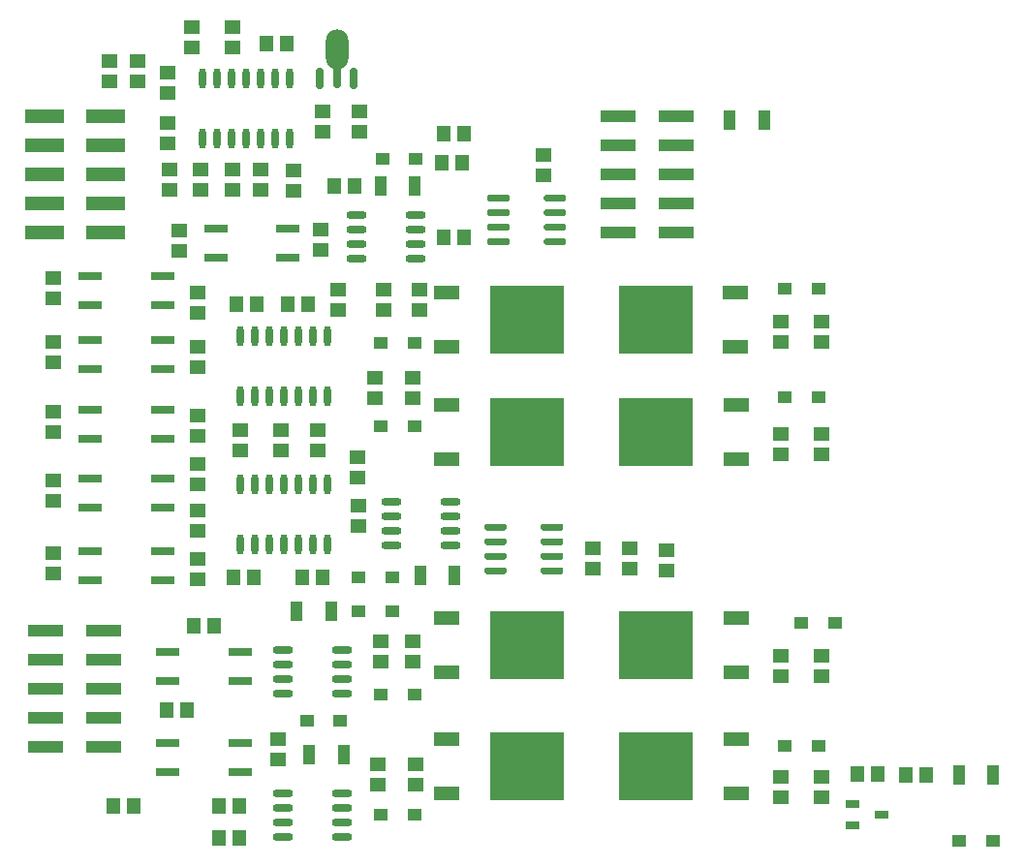
<source format=gbr>
%TF.GenerationSoftware,KiCad,Pcbnew,(5.1.10)-1*%
%TF.CreationDate,2022-11-30T22:02:34+08:00*%
%TF.ProjectId,motor_control,6d6f746f-725f-4636-9f6e-74726f6c2e6b,rev?*%
%TF.SameCoordinates,Original*%
%TF.FileFunction,Paste,Top*%
%TF.FilePolarity,Positive*%
%FSLAX46Y46*%
G04 Gerber Fmt 4.6, Leading zero omitted, Abs format (unit mm)*
G04 Created by KiCad (PCBNEW (5.1.10)-1) date 2022-11-30 22:02:34*
%MOMM*%
%LPD*%
G01*
G04 APERTURE LIST*
%ADD10R,1.160000X1.470000*%
%ADD11R,1.130000X1.800000*%
%ADD12R,1.470000X1.160000*%
%ADD13R,1.250000X0.700000*%
%ADD14O,0.700000X1.900000*%
%ADD15O,2.000000X3.500000*%
%ADD16O,0.700000X2.100000*%
%ADD17O,0.600000X1.800000*%
%ADD18R,2.200000X1.200000*%
%ADD19R,6.499990X6.000000*%
%ADD20R,3.150000X1.000000*%
%ADD21R,3.450000X1.300000*%
%ADD22O,1.800000X0.700000*%
%ADD23R,2.000000X0.640000*%
%ADD24R,1.250000X1.000000*%
G04 APERTURE END LIST*
D10*
%TO.C,R29*%
X80890000Y7500000D03*
X79110000Y7500000D03*
%TD*%
D11*
%TO.C,R28*%
X66740000Y64750000D03*
X63760000Y64750000D03*
%TD*%
D12*
%TO.C,R25*%
X20250000Y71110000D03*
X20250000Y72890000D03*
%TD*%
%TO.C,R24*%
X20250000Y60390000D03*
X20250000Y58610000D03*
%TD*%
D10*
%TO.C,R23*%
X40530000Y63500000D03*
X38750000Y63500000D03*
%TD*%
D12*
%TO.C,R22*%
X22750000Y58610000D03*
X22750000Y60390000D03*
%TD*%
D13*
%TO.C,Q1*%
X77000000Y4000000D03*
X74500000Y3050000D03*
X74500000Y4950000D03*
%TD*%
D14*
%TO.C,U18*%
X30900000Y68400000D03*
D15*
X29400000Y70900000D03*
D16*
X29400000Y68500000D03*
D14*
X27900000Y68400000D03*
%TD*%
D12*
%TO.C,C22*%
X28129999Y63710000D03*
X28129999Y65490000D03*
%TD*%
%TO.C,C21*%
X31400001Y63710000D03*
X31400001Y65490000D03*
%TD*%
D17*
%TO.C,U17*%
X20990000Y45800000D03*
X22260000Y45800000D03*
X23530000Y45800000D03*
X24800000Y45800000D03*
X26070000Y45800000D03*
X27340000Y45800000D03*
X28610000Y45800000D03*
X28610000Y40600000D03*
X27340000Y40600000D03*
X26070000Y40600000D03*
X24800000Y40600000D03*
X23530000Y40600000D03*
X22260000Y40600000D03*
X20990000Y40600000D03*
%TD*%
D10*
%TO.C,R27*%
X26890000Y48600000D03*
X25110000Y48600000D03*
%TD*%
D12*
%TO.C,R26*%
X17200000Y32860000D03*
X17200000Y34640000D03*
%TD*%
D10*
%TO.C,C20*%
X22390000Y48600000D03*
X20610000Y48600000D03*
%TD*%
D18*
%TO.C,Q13*%
X64245830Y49671289D03*
D19*
X57250000Y47309999D03*
D18*
X64250000Y44948739D03*
%TD*%
%TO.C,Q12*%
X39004170Y44948749D03*
D19*
X46000000Y47310039D03*
D18*
X39000000Y49671299D03*
%TD*%
%TO.C,Q11*%
X64295830Y39842950D03*
D19*
X57300000Y37481660D03*
D18*
X64300000Y35120400D03*
%TD*%
%TO.C,Q10*%
X39004170Y35120410D03*
D19*
X46000000Y37481700D03*
D18*
X39000000Y39842960D03*
%TD*%
%TO.C,Q9*%
X64295830Y21214611D03*
D19*
X57300000Y18853321D03*
D18*
X64300000Y16492061D03*
%TD*%
%TO.C,Q8*%
X39004170Y16492071D03*
D19*
X46000000Y18853361D03*
D18*
X39000000Y21214621D03*
%TD*%
%TO.C,Q7*%
X64295830Y10636270D03*
D19*
X57300000Y8274980D03*
D18*
X64300000Y5913720D03*
%TD*%
%TO.C,Q6*%
X39004170Y5913730D03*
D19*
X46000000Y8275020D03*
D18*
X39000000Y10636280D03*
%TD*%
D12*
%TO.C,C1*%
X9500000Y69890000D03*
X9500000Y68110000D03*
%TD*%
D20*
%TO.C,J3*%
X59025000Y54920000D03*
X53975000Y54920000D03*
X59025000Y57460000D03*
X53975000Y57460000D03*
X59025000Y60000000D03*
X53975000Y60000000D03*
X59025000Y62540000D03*
X53975000Y62540000D03*
X59025000Y65080000D03*
X53975000Y65080000D03*
%TD*%
%TO.C,J2*%
X9025000Y9920000D03*
X3975000Y9920000D03*
X9025000Y12460000D03*
X3975000Y12460000D03*
X9025000Y15000000D03*
X3975000Y15000000D03*
X9025000Y17540000D03*
X3975000Y17540000D03*
X9025000Y20080000D03*
X3975000Y20080000D03*
%TD*%
D21*
%TO.C,J1*%
X9175000Y54920000D03*
X3825000Y54920000D03*
X9175000Y57460000D03*
X3825000Y57460000D03*
X9175000Y60000000D03*
X3825000Y60000000D03*
X9175000Y62540000D03*
X3825000Y62540000D03*
X9175000Y65080000D03*
X3825000Y65080000D03*
%TD*%
D17*
%TO.C,U16*%
X17690000Y68350000D03*
X18960000Y68350000D03*
X20230000Y68350000D03*
X21500000Y68350000D03*
X22770000Y68350000D03*
X24040000Y68350000D03*
X25310000Y68350000D03*
X25310000Y63150000D03*
X24040000Y63150000D03*
X22770000Y63150000D03*
X21500000Y63150000D03*
X20230000Y63150000D03*
X18960000Y63150000D03*
X17690000Y63150000D03*
%TD*%
%TO.C,U15*%
X20990000Y32850000D03*
X22260000Y32850000D03*
X23530000Y32850000D03*
X24800000Y32850000D03*
X26070000Y32850000D03*
X27340000Y32850000D03*
X28610000Y32850000D03*
X28610000Y27650000D03*
X27340000Y27650000D03*
X26070000Y27650000D03*
X24800000Y27650000D03*
X23530000Y27650000D03*
X22260000Y27650000D03*
X20990000Y27650000D03*
%TD*%
%TO.C,U14*%
G36*
G01*
X47500000Y57755000D02*
X47500000Y58055000D01*
G75*
G02*
X47650000Y58205000I150000J0D01*
G01*
X49300000Y58205000D01*
G75*
G02*
X49450000Y58055000I0J-150000D01*
G01*
X49450000Y57755000D01*
G75*
G02*
X49300000Y57605000I-150000J0D01*
G01*
X47650000Y57605000D01*
G75*
G02*
X47500000Y57755000I0J150000D01*
G01*
G37*
G36*
G01*
X47500000Y56485000D02*
X47500000Y56785000D01*
G75*
G02*
X47650000Y56935000I150000J0D01*
G01*
X49300000Y56935000D01*
G75*
G02*
X49450000Y56785000I0J-150000D01*
G01*
X49450000Y56485000D01*
G75*
G02*
X49300000Y56335000I-150000J0D01*
G01*
X47650000Y56335000D01*
G75*
G02*
X47500000Y56485000I0J150000D01*
G01*
G37*
G36*
G01*
X47500000Y55215000D02*
X47500000Y55515000D01*
G75*
G02*
X47650000Y55665000I150000J0D01*
G01*
X49300000Y55665000D01*
G75*
G02*
X49450000Y55515000I0J-150000D01*
G01*
X49450000Y55215000D01*
G75*
G02*
X49300000Y55065000I-150000J0D01*
G01*
X47650000Y55065000D01*
G75*
G02*
X47500000Y55215000I0J150000D01*
G01*
G37*
G36*
G01*
X47500000Y53945000D02*
X47500000Y54245000D01*
G75*
G02*
X47650000Y54395000I150000J0D01*
G01*
X49300000Y54395000D01*
G75*
G02*
X49450000Y54245000I0J-150000D01*
G01*
X49450000Y53945000D01*
G75*
G02*
X49300000Y53795000I-150000J0D01*
G01*
X47650000Y53795000D01*
G75*
G02*
X47500000Y53945000I0J150000D01*
G01*
G37*
G36*
G01*
X42550000Y53945000D02*
X42550000Y54245000D01*
G75*
G02*
X42700000Y54395000I150000J0D01*
G01*
X44350000Y54395000D01*
G75*
G02*
X44500000Y54245000I0J-150000D01*
G01*
X44500000Y53945000D01*
G75*
G02*
X44350000Y53795000I-150000J0D01*
G01*
X42700000Y53795000D01*
G75*
G02*
X42550000Y53945000I0J150000D01*
G01*
G37*
G36*
G01*
X42550000Y55215000D02*
X42550000Y55515000D01*
G75*
G02*
X42700000Y55665000I150000J0D01*
G01*
X44350000Y55665000D01*
G75*
G02*
X44500000Y55515000I0J-150000D01*
G01*
X44500000Y55215000D01*
G75*
G02*
X44350000Y55065000I-150000J0D01*
G01*
X42700000Y55065000D01*
G75*
G02*
X42550000Y55215000I0J150000D01*
G01*
G37*
G36*
G01*
X42550000Y56485000D02*
X42550000Y56785000D01*
G75*
G02*
X42700000Y56935000I150000J0D01*
G01*
X44350000Y56935000D01*
G75*
G02*
X44500000Y56785000I0J-150000D01*
G01*
X44500000Y56485000D01*
G75*
G02*
X44350000Y56335000I-150000J0D01*
G01*
X42700000Y56335000D01*
G75*
G02*
X42550000Y56485000I0J150000D01*
G01*
G37*
G36*
G01*
X42550000Y57755000D02*
X42550000Y58055000D01*
G75*
G02*
X42700000Y58205000I150000J0D01*
G01*
X44350000Y58205000D01*
G75*
G02*
X44500000Y58055000I0J-150000D01*
G01*
X44500000Y57755000D01*
G75*
G02*
X44350000Y57605000I-150000J0D01*
G01*
X42700000Y57605000D01*
G75*
G02*
X42550000Y57755000I0J150000D01*
G01*
G37*
%TD*%
%TO.C,U13*%
G36*
G01*
X47250000Y29005000D02*
X47250000Y29305000D01*
G75*
G02*
X47400000Y29455000I150000J0D01*
G01*
X49050000Y29455000D01*
G75*
G02*
X49200000Y29305000I0J-150000D01*
G01*
X49200000Y29005000D01*
G75*
G02*
X49050000Y28855000I-150000J0D01*
G01*
X47400000Y28855000D01*
G75*
G02*
X47250000Y29005000I0J150000D01*
G01*
G37*
G36*
G01*
X47250000Y27735000D02*
X47250000Y28035000D01*
G75*
G02*
X47400000Y28185000I150000J0D01*
G01*
X49050000Y28185000D01*
G75*
G02*
X49200000Y28035000I0J-150000D01*
G01*
X49200000Y27735000D01*
G75*
G02*
X49050000Y27585000I-150000J0D01*
G01*
X47400000Y27585000D01*
G75*
G02*
X47250000Y27735000I0J150000D01*
G01*
G37*
G36*
G01*
X47250000Y26465000D02*
X47250000Y26765000D01*
G75*
G02*
X47400000Y26915000I150000J0D01*
G01*
X49050000Y26915000D01*
G75*
G02*
X49200000Y26765000I0J-150000D01*
G01*
X49200000Y26465000D01*
G75*
G02*
X49050000Y26315000I-150000J0D01*
G01*
X47400000Y26315000D01*
G75*
G02*
X47250000Y26465000I0J150000D01*
G01*
G37*
G36*
G01*
X47250000Y25195000D02*
X47250000Y25495000D01*
G75*
G02*
X47400000Y25645000I150000J0D01*
G01*
X49050000Y25645000D01*
G75*
G02*
X49200000Y25495000I0J-150000D01*
G01*
X49200000Y25195000D01*
G75*
G02*
X49050000Y25045000I-150000J0D01*
G01*
X47400000Y25045000D01*
G75*
G02*
X47250000Y25195000I0J150000D01*
G01*
G37*
G36*
G01*
X42300000Y25195000D02*
X42300000Y25495000D01*
G75*
G02*
X42450000Y25645000I150000J0D01*
G01*
X44100000Y25645000D01*
G75*
G02*
X44250000Y25495000I0J-150000D01*
G01*
X44250000Y25195000D01*
G75*
G02*
X44100000Y25045000I-150000J0D01*
G01*
X42450000Y25045000D01*
G75*
G02*
X42300000Y25195000I0J150000D01*
G01*
G37*
G36*
G01*
X42300000Y26465000D02*
X42300000Y26765000D01*
G75*
G02*
X42450000Y26915000I150000J0D01*
G01*
X44100000Y26915000D01*
G75*
G02*
X44250000Y26765000I0J-150000D01*
G01*
X44250000Y26465000D01*
G75*
G02*
X44100000Y26315000I-150000J0D01*
G01*
X42450000Y26315000D01*
G75*
G02*
X42300000Y26465000I0J150000D01*
G01*
G37*
G36*
G01*
X42300000Y27735000D02*
X42300000Y28035000D01*
G75*
G02*
X42450000Y28185000I150000J0D01*
G01*
X44100000Y28185000D01*
G75*
G02*
X44250000Y28035000I0J-150000D01*
G01*
X44250000Y27735000D01*
G75*
G02*
X44100000Y27585000I-150000J0D01*
G01*
X42450000Y27585000D01*
G75*
G02*
X42300000Y27735000I0J150000D01*
G01*
G37*
G36*
G01*
X42300000Y29005000D02*
X42300000Y29305000D01*
G75*
G02*
X42450000Y29455000I150000J0D01*
G01*
X44100000Y29455000D01*
G75*
G02*
X44250000Y29305000I0J-150000D01*
G01*
X44250000Y29005000D01*
G75*
G02*
X44100000Y28855000I-150000J0D01*
G01*
X42450000Y28855000D01*
G75*
G02*
X42300000Y29005000I0J150000D01*
G01*
G37*
%TD*%
D22*
%TO.C,U12*%
X36300000Y56405000D03*
X36300000Y55135000D03*
X36300000Y53865000D03*
X36300000Y52595000D03*
X31100000Y52595000D03*
X31100000Y53865000D03*
X31100000Y55135000D03*
X31100000Y56405000D03*
%TD*%
%TO.C,U11*%
X29850000Y18405000D03*
X29850000Y17135000D03*
X29850000Y15865000D03*
X29850000Y14595000D03*
X24650000Y14595000D03*
X24650000Y15865000D03*
X24650000Y17135000D03*
X24650000Y18405000D03*
%TD*%
%TO.C,U10*%
X39350000Y31405000D03*
X39350000Y30135000D03*
X39350000Y28865000D03*
X39350000Y27595000D03*
X34150000Y27595000D03*
X34150000Y28865000D03*
X34150000Y30135000D03*
X34150000Y31405000D03*
%TD*%
%TO.C,U9*%
X29850000Y5905000D03*
X29850000Y4635000D03*
X29850000Y3365000D03*
X29850000Y2095000D03*
X24650000Y2095000D03*
X24650000Y3365000D03*
X24650000Y4635000D03*
X24650000Y5905000D03*
%TD*%
D23*
%TO.C,U8*%
X20950000Y18270000D03*
X20950000Y15730000D03*
X14650000Y15730000D03*
X14650000Y18270000D03*
%TD*%
%TO.C,U7*%
X20950000Y10270000D03*
X20950000Y7730000D03*
X14650000Y7730000D03*
X14650000Y10270000D03*
%TD*%
%TO.C,U6*%
X14150000Y33370000D03*
X14150000Y30830000D03*
X7850000Y30830000D03*
X7850000Y33370000D03*
%TD*%
%TO.C,U5*%
X14150000Y39420000D03*
X14150000Y36880000D03*
X7850000Y36880000D03*
X7850000Y39420000D03*
%TD*%
%TO.C,U4*%
X14150000Y45470000D03*
X14150000Y42930000D03*
X7850000Y42930000D03*
X7850000Y45470000D03*
%TD*%
%TO.C,U3*%
X14150000Y27020000D03*
X14150000Y24480000D03*
X7850000Y24480000D03*
X7850000Y27020000D03*
%TD*%
%TO.C,U2*%
X14150000Y51070000D03*
X14150000Y48530000D03*
X7850000Y48530000D03*
X7850000Y51070000D03*
%TD*%
%TO.C,U1*%
X25150000Y55270000D03*
X25150000Y52730000D03*
X18850000Y52730000D03*
X18850000Y55270000D03*
%TD*%
D12*
%TO.C,R57*%
X71750000Y47120019D03*
X71750000Y45340019D03*
%TD*%
%TO.C,R56*%
X36600000Y48110000D03*
X36600000Y49890000D03*
%TD*%
%TO.C,R55*%
X68250000Y47120019D03*
X68250000Y45340019D03*
%TD*%
%TO.C,R54*%
X33500000Y48110000D03*
X33500000Y49890000D03*
%TD*%
%TO.C,R53*%
X68250000Y35511680D03*
X68250000Y37291680D03*
%TD*%
%TO.C,R52*%
X32750000Y42201680D03*
X32750000Y40421680D03*
%TD*%
%TO.C,R51*%
X71750000Y37291680D03*
X71750000Y35511680D03*
%TD*%
%TO.C,R50*%
X36000000Y40421680D03*
X36000000Y42201680D03*
%TD*%
D10*
%TO.C,R49*%
X25000000Y71400000D03*
X23220000Y71400000D03*
%TD*%
D12*
%TO.C,R48*%
X25600000Y60290000D03*
X25600000Y58510000D03*
%TD*%
%TO.C,R47*%
X16750000Y71110000D03*
X16750000Y72890000D03*
%TD*%
%TO.C,R45*%
X14750000Y60390000D03*
X14750000Y58610000D03*
%TD*%
%TO.C,R43*%
X14600000Y62710000D03*
X14600000Y64490000D03*
%TD*%
%TO.C,R42*%
X14600000Y67110000D03*
X14600000Y68890000D03*
%TD*%
%TO.C,R41*%
X71750000Y17913341D03*
X71750000Y16133341D03*
%TD*%
%TO.C,R40*%
X33250000Y17360000D03*
X33250000Y19140000D03*
%TD*%
%TO.C,R39*%
X68250000Y17913341D03*
X68250000Y16133341D03*
%TD*%
%TO.C,R38*%
X36000000Y17360000D03*
X36000000Y19140000D03*
%TD*%
%TO.C,R37*%
X68250000Y5555000D03*
X68250000Y7335000D03*
%TD*%
%TO.C,R36*%
X36250000Y8390000D03*
X36250000Y6610000D03*
%TD*%
%TO.C,R35*%
X71750000Y7335000D03*
X71750000Y5555000D03*
%TD*%
%TO.C,R34*%
X33000000Y6610000D03*
X33000000Y8390000D03*
%TD*%
%TO.C,R33*%
X29500000Y48110000D03*
X29500000Y49890000D03*
%TD*%
%TO.C,R32*%
X24500000Y37640000D03*
X24500000Y35860000D03*
%TD*%
%TO.C,R31*%
X31300000Y30990000D03*
X31300000Y29210000D03*
%TD*%
D10*
%TO.C,R30*%
X19110000Y2000000D03*
X20890000Y2000000D03*
%TD*%
D12*
%TO.C,R21*%
X27750000Y35860000D03*
X27750000Y37640000D03*
%TD*%
D10*
%TO.C,R20*%
X22140000Y24750000D03*
X20360000Y24750000D03*
%TD*%
D12*
%TO.C,R19*%
X47500000Y59860000D03*
X47500000Y61640000D03*
%TD*%
%TO.C,R18*%
X55000000Y25500000D03*
X55000000Y27280000D03*
%TD*%
D10*
%TO.C,R17*%
X74860000Y7550000D03*
X76640000Y7550000D03*
%TD*%
%TO.C,R16*%
X18640000Y20500000D03*
X16860000Y20500000D03*
%TD*%
%TO.C,R15*%
X19110000Y4750000D03*
X20890000Y4750000D03*
%TD*%
D12*
%TO.C,R14*%
X17200000Y30590000D03*
X17200000Y28810000D03*
%TD*%
D10*
%TO.C,R13*%
X14510000Y13200000D03*
X16290000Y13200000D03*
%TD*%
%TO.C,R12*%
X9860000Y4750000D03*
X11640000Y4750000D03*
%TD*%
D12*
%TO.C,R11*%
X4600000Y31415000D03*
X4600000Y33195000D03*
%TD*%
%TO.C,R10*%
X28000000Y55140000D03*
X28000000Y53360000D03*
%TD*%
%TO.C,R9*%
X17250000Y37110000D03*
X17250000Y38890000D03*
%TD*%
%TO.C,R8*%
X17200000Y43110000D03*
X17200000Y44890000D03*
%TD*%
%TO.C,R7*%
X17200000Y24610000D03*
X17200000Y26390000D03*
%TD*%
%TO.C,R6*%
X17200000Y47910000D03*
X17200000Y49690000D03*
%TD*%
%TO.C,R5*%
X4600000Y37465000D03*
X4600000Y39245000D03*
%TD*%
%TO.C,R4*%
X4600000Y43515000D03*
X4600000Y45295000D03*
%TD*%
%TO.C,R3*%
X4600000Y25065000D03*
X4600000Y26845000D03*
%TD*%
%TO.C,R2*%
X4600000Y49115000D03*
X4600000Y50895000D03*
%TD*%
%TO.C,R1*%
X15600000Y53310000D03*
X15600000Y55090000D03*
%TD*%
D24*
%TO.C,D13*%
X71475000Y50000000D03*
X68525000Y50000000D03*
%TD*%
%TO.C,D12*%
X36225000Y45250000D03*
X33275000Y45250000D03*
%TD*%
%TO.C,D11*%
X71475000Y40500000D03*
X68525000Y40500000D03*
%TD*%
%TO.C,D10*%
X36225000Y38000000D03*
X33275000Y38000000D03*
%TD*%
%TO.C,D9*%
X72975000Y20750000D03*
X70025000Y20750000D03*
%TD*%
%TO.C,D8*%
X36225000Y14500000D03*
X33275000Y14500000D03*
%TD*%
%TO.C,D7*%
X71475000Y10000000D03*
X68525000Y10000000D03*
%TD*%
%TO.C,D6*%
X36225000Y4000000D03*
X33275000Y4000000D03*
%TD*%
%TO.C,D5*%
X86725000Y1750000D03*
X83775000Y1750000D03*
%TD*%
%TO.C,D4*%
X33375000Y61350000D03*
X36325000Y61350000D03*
%TD*%
%TO.C,D3*%
X31325000Y21800000D03*
X34275000Y21800000D03*
%TD*%
%TO.C,D2*%
X31325000Y24750000D03*
X34275000Y24750000D03*
%TD*%
%TO.C,D1*%
X26775000Y12250000D03*
X29725000Y12250000D03*
%TD*%
D11*
%TO.C,C19*%
X86740000Y7500000D03*
X83760000Y7500000D03*
%TD*%
D12*
%TO.C,C18*%
X17500000Y60390000D03*
X17500000Y58610000D03*
%TD*%
%TO.C,C17*%
X12000000Y69890000D03*
X12000000Y68110000D03*
%TD*%
%TO.C,C16*%
X21000000Y37640000D03*
X21000000Y35860000D03*
%TD*%
D10*
%TO.C,C14*%
X38710000Y54500000D03*
X40490000Y54500000D03*
%TD*%
%TO.C,C12*%
X38610000Y61000000D03*
X40390000Y61000000D03*
%TD*%
D12*
%TO.C,C11*%
X51750000Y25510000D03*
X51750000Y27290000D03*
%TD*%
%TO.C,C10*%
X58250000Y27140000D03*
X58250000Y25360000D03*
%TD*%
D10*
%TO.C,C9*%
X29210000Y59000000D03*
X30990000Y59000000D03*
%TD*%
D11*
%TO.C,C8*%
X33260000Y58950000D03*
X36240000Y58950000D03*
%TD*%
D10*
%TO.C,C7*%
X26360000Y24750000D03*
X28140000Y24750000D03*
%TD*%
D11*
%TO.C,C6*%
X25910000Y21800000D03*
X28890000Y21800000D03*
%TD*%
%TO.C,C5*%
X39690000Y24950000D03*
X36710000Y24950000D03*
%TD*%
%TO.C,C4*%
X27010000Y9250000D03*
X29990000Y9250000D03*
%TD*%
D12*
%TO.C,C3*%
X31250000Y33470000D03*
X31250000Y35250000D03*
%TD*%
%TO.C,C2*%
X24250000Y10640000D03*
X24250000Y8860000D03*
%TD*%
M02*

</source>
